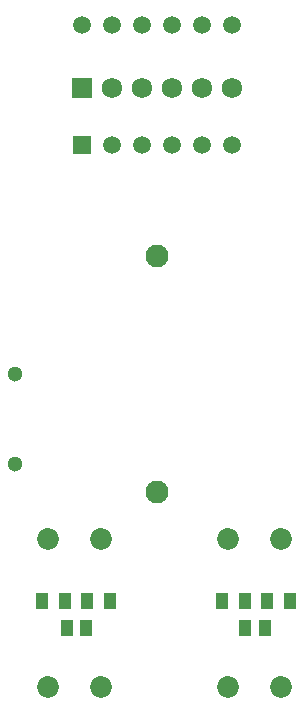
<source format=gbr>
%TF.GenerationSoftware,KiCad,Pcbnew,(5.1.10)-1*%
%TF.CreationDate,2021-07-01T22:54:37+02:00*%
%TF.ProjectId,BytesCounter,42797465-7343-46f7-956e-7465722e6b69,rev?*%
%TF.SameCoordinates,Original*%
%TF.FileFunction,Soldermask,Bot*%
%TF.FilePolarity,Negative*%
%FSLAX46Y46*%
G04 Gerber Fmt 4.6, Leading zero omitted, Abs format (unit mm)*
G04 Created by KiCad (PCBNEW (5.1.10)-1) date 2021-07-01 22:54:37*
%MOMM*%
%LPD*%
G01*
G04 APERTURE LIST*
%ADD10C,1.850000*%
%ADD11C,1.950000*%
%ADD12C,1.500000*%
%ADD13R,1.500000X1.500000*%
%ADD14R,1.000000X1.400000*%
%ADD15C,1.300000*%
%ADD16C,1.725000*%
%ADD17R,1.725000X1.725000*%
%ADD18R,1.050000X1.470000*%
G04 APERTURE END LIST*
D10*
%TO.C,S1*%
X111796000Y-87998000D03*
X111796000Y-75498000D03*
X116296000Y-87998000D03*
X116296000Y-75498000D03*
%TD*%
%TO.C,S2*%
X127036000Y-87998000D03*
X127036000Y-75498000D03*
X131536000Y-87998000D03*
X131536000Y-75498000D03*
%TD*%
D11*
%TO.C,U2*%
X121000000Y-51500000D03*
X121000000Y-71500000D03*
%TD*%
D12*
%TO.C,U1*%
X114680000Y-31980000D03*
X117220000Y-31980000D03*
X119760000Y-31980000D03*
X122300000Y-31980000D03*
X124840000Y-31980000D03*
X127380000Y-31980000D03*
X127380000Y-42140000D03*
X124840000Y-42140000D03*
X122300000Y-42140000D03*
X119760000Y-42140000D03*
X117220000Y-42140000D03*
D13*
X114680000Y-42140000D03*
%TD*%
D14*
%TO.C,R16*%
X132268000Y-80732000D03*
X130368000Y-80732000D03*
%TD*%
%TO.C,R15*%
X126558000Y-80732000D03*
X128458000Y-80732000D03*
%TD*%
%TO.C,R12*%
X111318000Y-80732000D03*
X113218000Y-80732000D03*
%TD*%
%TO.C,R11*%
X117028000Y-80732000D03*
X115128000Y-80732000D03*
%TD*%
D15*
%TO.C,LS1*%
X109000000Y-69100000D03*
X109000000Y-61500000D03*
%TD*%
D16*
%TO.C,J1*%
X127380000Y-37314000D03*
X124840000Y-37314000D03*
X122300000Y-37314000D03*
X119760000Y-37314000D03*
X117220000Y-37314000D03*
D17*
X114680000Y-37314000D03*
%TD*%
D18*
%TO.C,C3*%
X130204000Y-83018000D03*
X128524000Y-83018000D03*
%TD*%
%TO.C,C2*%
X115062000Y-83018000D03*
X113382000Y-83018000D03*
%TD*%
M02*

</source>
